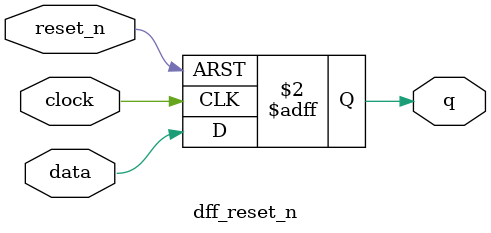
<source format=v>



                             
//***************************************************************************//
//***************************************************************************//
                             

//              Author:
//              Reviewer:
//              Manager:
                             

//***************************************************************************//
//***************************************************************************//
module dff_reset_n(input data,clock,reset_n,
									 output reg q);
	always @(posedge clock or negedge reset_n)
		begin:alw_blk
			case(reset_n)							//different cases
					1'b0:
						begin:reset0_blk
							q<=1'b0;
						end	//reset0_blk
					1'b1:
						begin:reset1_blk
							q<=data;
						end	//reset1_blk
					default:
						begin:reset_xz_blk
							q<=1'bx;
						end
					endcase									//end different cases
			end	//alw_blk
endmodule
									

</source>
